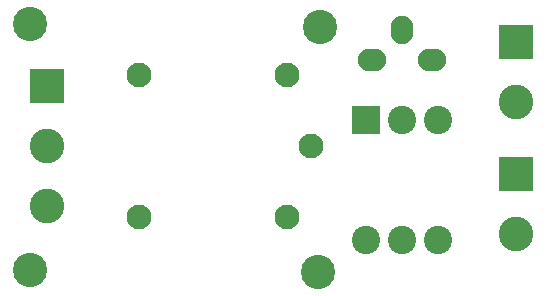
<source format=gbs>
G04 #@! TF.FileFunction,Soldermask,Bot*
%FSLAX46Y46*%
G04 Gerber Fmt 4.6, Leading zero omitted, Abs format (unit mm)*
G04 Created by KiCad (PCBNEW 4.0.1-stable) date 26/05/2016 09:01:35*
%MOMM*%
G01*
G04 APERTURE LIST*
%ADD10C,0.100000*%
%ADD11C,2.900000*%
%ADD12C,2.398980*%
%ADD13R,2.398980X2.398980*%
%ADD14R,2.940000X2.940000*%
%ADD15C,2.940000*%
%ADD16O,1.901140X2.398980*%
%ADD17O,2.398980X1.901140*%
%ADD18C,2.100000*%
G04 APERTURE END LIST*
D10*
D11*
X131064000Y-122555000D03*
X131191000Y-101854000D03*
X106680000Y-122428000D03*
X106680000Y-101600000D03*
D12*
X135130540Y-119888000D03*
D13*
X135130540Y-109728000D03*
D14*
X147828000Y-103124000D03*
D15*
X147828000Y-108204000D03*
D14*
X147828000Y-114300000D03*
D15*
X147828000Y-119380000D03*
D16*
X138176000Y-102108000D03*
D17*
X135636000Y-104648000D03*
X140716000Y-104648000D03*
D12*
X138176000Y-109728000D03*
X138176000Y-119888000D03*
X141224000Y-109728000D03*
X141224000Y-119888000D03*
D18*
X115936000Y-105879000D03*
X115936000Y-117879000D03*
X128436000Y-117879000D03*
X130436000Y-111879000D03*
X128436000Y-105879000D03*
D14*
X108077000Y-106807000D03*
D15*
X108077000Y-111887000D03*
X108077000Y-116967000D03*
M02*

</source>
